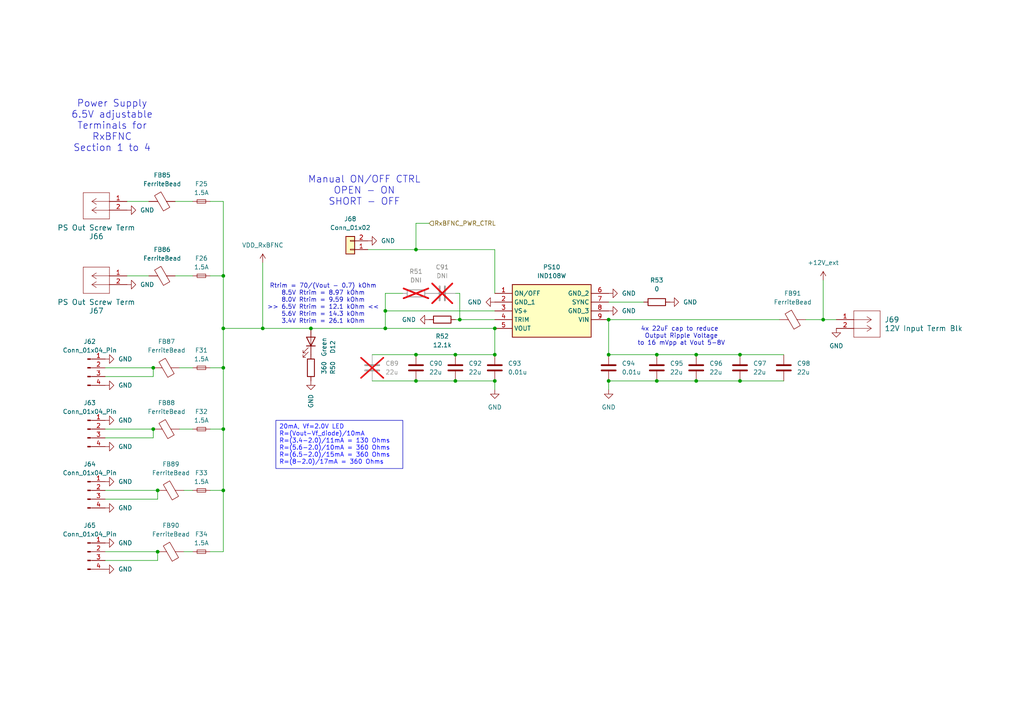
<source format=kicad_sch>
(kicad_sch (version 20231120) (generator "eeschema") (generator_version "8.0")
  (paper "A4")
  (title_block (title "PWR SPLY for RxBFNC") (date "2024-04-04") (rev "1.0"))
  (lib_symbols
    (symbol "BCRL_power_supply:IND108W"
      (property "Reference" "PS" (at 29.21 7.62 0))
      (property "Value" "IND108W" (at 29.21 5.08 0))
      (symbol "IND108W_1_1"
        (rectangle (start 5.08 2.54) (end 27.94 -12.7) (stroke (width 0.254)) (fill (type background)))
        (pin passive line (at 0 0 0) (length 5.08) (name "ON/OFF") (number "1"))
        (pin passive line (at 0 -2.54 0) (length 5.08) (name "GND_1") (number "2"))
        (pin passive line (at 0 -5.08 0) (length 5.08) (name "VS+") (number "3"))
        (pin passive line (at 0 -7.62 0) (length 5.08) (name "TRIM") (number "4"))
        (pin passive line (at 0 -10.16 0) (length 5.08) (name "VOUT") (number "5"))
        (pin passive line (at 33.02 0 180) (length 5.08) (name "GND_2") (number "6"))
        (pin passive line (at 33.02 -2.54 180) (length 5.08) (name "SYNC") (number "7"))
        (pin passive line (at 33.02 -5.08 180) (length 5.08) (name "GND_3") (number "8"))
        (pin passive line (at 33.02 -7.62 180) (length 5.08) (name "VIN") (number "9"))
      )
    )
    (symbol "BCRL_power_supply:OSTVN02A150" (pin_names (offset 0.254) hide)
      (property "Reference" "J" (at 8.89 6.35 0))
      (property "Value" "OSTVN02A150" (at 5.08 -6.35 0))
      (symbol "OSTVN02A150_1_1"
        (polyline (pts (xy 5.08 -5.08) (xy 12.7 -5.08)) (stroke (width 0.127)))
        (polyline (pts (xy 5.08 2.54) (xy 5.08 -5.08)) (stroke (width 0.127)))
        (polyline (pts (xy 10.16 -2.54) (xy 5.08 -2.54)) (stroke (width 0.127)))
        (polyline (pts (xy 10.16 -2.54) (xy 8.89 -3.3867)) (stroke (width 0.127)))
        (polyline (pts (xy 10.16 -2.54) (xy 8.89 -1.6933)) (stroke (width 0.127)))
        (polyline (pts (xy 10.16 0) (xy 5.08 0)) (stroke (width 0.127)))
        (polyline (pts (xy 10.16 0) (xy 8.89 -0.8467)) (stroke (width 0.127)))
        (polyline (pts (xy 10.16 0) (xy 8.89 0.8467)) (stroke (width 0.127)))
        (polyline (pts (xy 12.7 -5.08) (xy 12.7 2.54)) (stroke (width 0.127)))
        (polyline (pts (xy 12.7 2.54) (xy 5.08 2.54)) (stroke (width 0.127)))
        (pin unspecified line (at 0 0 0) (length 5.08) (name "1") (number "1"))
        (pin unspecified line (at 0 -2.54 0) (length 5.08) (name "2") (number "2"))
      )
      (symbol "OSTVN02A150_1_2"
        (polyline (pts (xy 5.08 -5.08) (xy 12.7 -5.08)) (stroke (width 0.127)))
        (polyline (pts (xy 5.08 2.54) (xy 5.08 -5.08)) (stroke (width 0.127)))
        (polyline (pts (xy 7.62 -2.54) (xy 5.08 -2.54)) (stroke (width 0.127)))
        (polyline (pts (xy 7.62 -2.54) (xy 8.89 -3.3867)) (stroke (width 0.127)))
        (polyline (pts (xy 7.62 -2.54) (xy 8.89 -1.6933)) (stroke (width 0.127)))
        (polyline (pts (xy 7.62 0) (xy 5.08 0)) (stroke (width 0.127)))
        (polyline (pts (xy 7.62 0) (xy 8.89 -0.8467)) (stroke (width 0.127)))
        (polyline (pts (xy 7.62 0) (xy 8.89 0.8467)) (stroke (width 0.127)))
        (polyline (pts (xy 12.7 -5.08) (xy 12.7 2.54)) (stroke (width 0.127)))
        (polyline (pts (xy 12.7 2.54) (xy 5.08 2.54)) (stroke (width 0.127)))
        (pin unspecified line (at 0 0 0) (length 5.08) (name "1") (number "1"))
        (pin unspecified line (at 0 -2.54 0) (length 5.08) (name "2") (number "2"))
      )
    )
    (symbol "C_1" (pin_numbers hide) (pin_names (offset 0.254) hide)
      (property "Reference" "C" (at 0.635 2.54 0))
      (property "Value" "C" (at 0.635 -2.54 0))
      (symbol "C_1_0_1"
        (polyline (pts (xy -2.032 -0.762) (xy 2.032 -0.762)) (stroke (width 0.508)))
        (polyline (pts (xy -2.032 0.762) (xy 2.032 0.762)) (stroke (width 0.508)))
      )
      (symbol "C_1_1_1"
        (pin passive line (at 0 3.81 270) (length 2.794) (name "~") (number "1"))
        (pin passive line (at 0 -3.81 90) (length 2.794) (name "~") (number "2"))
      )
    )
    (symbol "Connector:Conn_01x04_Pin" (pin_names (offset 1.016) hide)
      (property "Reference" "J" (at 0 5.08 0))
      (property "Value" "Conn_01x04_Pin" (at 0 -7.62 0))
      (symbol "Conn_01x04_Pin_1_1"
        (polyline (pts (xy 1.27 -5.08) (xy 0.8636 -5.08)) (stroke (width 0.1524)))
        (polyline (pts (xy 1.27 -2.54) (xy 0.8636 -2.54)) (stroke (width 0.1524)))
        (polyline (pts (xy 1.27 0) (xy 0.8636 0)) (stroke (width 0.1524)))
        (polyline (pts (xy 1.27 2.54) (xy 0.8636 2.54)) (stroke (width 0.1524)))
        (rectangle (start 0.8636 -4.953) (end 0 -5.207) (stroke (width 0.1524)) (fill (type outline)))
        (rectangle (start 0.8636 -2.413) (end 0 -2.667) (stroke (width 0.1524)) (fill (type outline)))
        (rectangle (start 0.8636 0.127) (end 0 -0.127) (stroke (width 0.1524)) (fill (type outline)))
        (rectangle (start 0.8636 2.667) (end 0 2.413) (stroke (width 0.1524)) (fill (type outline)))
        (pin passive line (at 5.08 2.54 180) (length 3.81) (name "Pin_1") (number "1"))
        (pin passive line (at 5.08 0 180) (length 3.81) (name "Pin_2") (number "2"))
        (pin passive line (at 5.08 -2.54 180) (length 3.81) (name "Pin_3") (number "3"))
        (pin passive line (at 5.08 -5.08 180) (length 3.81) (name "Pin_4") (number "4"))
      )
    )
    (symbol "Connector_Generic:Conn_01x02" (pin_names (offset 1.016) hide)
      (property "Reference" "J" (at 0 2.54 0))
      (property "Value" "Conn_01x02" (at 0 -5.08 0))
      (symbol "Conn_01x02_1_1"
        (rectangle (start -1.27 -2.413) (end 0 -2.667) (stroke (width 0.1524)))
        (rectangle (start -1.27 0.127) (end 0 -0.127) (stroke (width 0.1524)))
        (rectangle (start -1.27 1.27) (end 1.27 -3.81) (stroke (width 0.254)) (fill (type background)))
        (pin passive line (at -5.08 0 0) (length 3.81) (name "Pin_1") (number "1"))
        (pin passive line (at -5.08 -2.54 0) (length 3.81) (name "Pin_2") (number "2"))
      )
    )
    (symbol "Device:C" (pin_numbers hide) (pin_names (offset 0.254))
      (property "Reference" "C" (at 0.635 2.54 0))
      (property "Value" "C" (at 0.635 -2.54 0))
      (symbol "C_0_1"
        (polyline (pts (xy -2.032 -0.762) (xy 2.032 -0.762)) (stroke (width 0.508)))
        (polyline (pts (xy -2.032 0.762) (xy 2.032 0.762)) (stroke (width 0.508)))
      )
      (symbol "C_1_1"
        (pin passive line (at 0 3.81 270) (length 2.794) (name "~") (number "1"))
        (pin passive line (at 0 -3.81 90) (length 2.794) (name "~") (number "2"))
      )
    )
    (symbol "Device:FerriteBead" (pin_numbers hide) (pin_names (offset 0))
      (property "Reference" "FB" (at -3.81 0.635 90))
      (property "Value" "FerriteBead" (at 3.81 0 90))
      (symbol "FerriteBead_0_1"
        (polyline (pts (xy 0 -1.27) (xy 0 -1.2192)))
        (polyline (pts (xy 0 1.27) (xy 0 1.2954)))
        (polyline (pts (xy -2.7686 0.4064) (xy -1.7018 2.2606) (xy 2.7686 -0.3048) (xy 1.6764 -2.159) (xy -2.7686 0.4064)))
      )
      (symbol "FerriteBead_1_1"
        (pin passive line (at 0 3.81 270) (length 2.54) (name "~") (number "1"))
        (pin passive line (at 0 -3.81 90) (length 2.54) (name "~") (number "2"))
      )
    )
    (symbol "Device:Fuse_Small" (pin_numbers hide) (pin_names (offset 0.254) hide)
      (property "Reference" "F" (at 0 -1.524 0))
      (property "Value" "Fuse_Small" (at 0 1.524 0))
      (symbol "Fuse_Small_0_1"
        (rectangle (start -1.27 0.508) (end 1.27 -0.508))
        (polyline (pts (xy -1.27 0) (xy 1.27 0)))
      )
      (symbol "Fuse_Small_1_1"
        (pin passive line (at -2.54 0 0) (length 1.27) (name "~") (number "1"))
        (pin passive line (at 2.54 0 180) (length 1.27) (name "~") (number "2"))
      )
    )
    (symbol "Device:LED" (pin_numbers hide) (pin_names (offset 1.016) hide)
      (property "Reference" "D" (at 0 2.54 0))
      (property "Value" "LED" (at 0 -2.54 0))
      (symbol "LED_0_1"
        (polyline (pts (xy -1.27 -1.27) (xy -1.27 1.27)) (stroke (width 0.254)))
        (polyline (pts (xy -1.27 0) (xy 1.27 0)))
        (polyline (pts (xy 1.27 -1.27) (xy 1.27 1.27) (xy -1.27 0) (xy 1.27 -1.27)) (stroke (width 0.254)))
        (polyline (pts (xy -3.048 -0.762) (xy -4.572 -2.286) (xy -3.81 -2.286) (xy -4.572 -2.286) (xy -4.572 -1.524)))
        (polyline (pts (xy -1.778 -0.762) (xy -3.302 -2.286) (xy -2.54 -2.286) (xy -3.302 -2.286) (xy -3.302 -1.524)))
      )
      (symbol "LED_1_1"
        (pin passive line (at -3.81 0 0) (length 2.54) (name "K") (number "1"))
        (pin passive line (at 3.81 0 180) (length 2.54) (name "A") (number "2"))
      )
    )
    (symbol "Device:R" (pin_numbers hide) (pin_names (offset 0))
      (property "Reference" "R" (at 2.032 0 90))
      (property "Value" "R" (at 0 0 90))
      (symbol "R_0_1"
        (rectangle (start -1.016 -2.54) (end 1.016 2.54) (stroke (width 0.254)))
      )
      (symbol "R_1_1"
        (pin passive line (at 0 3.81 270) (length 1.27) (name "~") (number "1"))
        (pin passive line (at 0 -3.81 90) (length 1.27) (name "~") (number "2"))
      )
    )
    (symbol "GND_1" (power) (pin_numbers hide) (pin_names (offset 0) hide)
      (property "Value" "GND" (at 0 -3.81 0))
      (symbol "GND_1_0_1"
        (polyline (pts (xy 0 0) (xy 0 -1.27) (xy 1.27 -1.27) (xy 0 -2.54) (xy -1.27 -1.27) (xy 0 -1.27)))
      )
      (symbol "GND_1_1_1"
        (pin power_in line (at 0 0 270) (length 0) hide (name "GND") (number "1"))
      )
    )
    (symbol "GND_2" (power) (pin_numbers hide) (pin_names (offset 0) hide)
      (property "Value" "GND" (at 0 -3.81 0))
      (symbol "GND_2_0_1"
        (polyline (pts (xy 0 0) (xy 0 -1.27) (xy 1.27 -1.27) (xy 0 -2.54) (xy -1.27 -1.27) (xy 0 -1.27)))
      )
      (symbol "GND_2_1_1"
        (pin power_in line (at 0 0 270) (length 0) hide (name "GND") (number "1"))
      )
    )
    (symbol "GND_3" (power) (pin_numbers hide) (pin_names (offset 0) hide)
      (property "Value" "GND" (at 0 -3.81 0))
      (symbol "GND_3_0_1"
        (polyline (pts (xy 0 0) (xy 0 -1.27) (xy 1.27 -1.27) (xy 0 -2.54) (xy -1.27 -1.27) (xy 0 -1.27)))
      )
      (symbol "GND_3_1_1"
        (pin power_in line (at 0 0 270) (length 0) hide (name "GND") (number "1"))
      )
    )
    (symbol "GND_4" (power) (pin_numbers hide) (pin_names (offset 0) hide)
      (property "Value" "GND" (at 0 -3.81 0))
      (symbol "GND_4_0_1"
        (polyline (pts (xy 0 0) (xy 0 -1.27) (xy 1.27 -1.27) (xy 0 -2.54) (xy -1.27 -1.27) (xy 0 -1.27)))
      )
      (symbol "GND_4_1_1"
        (pin power_in line (at 0 0 270) (length 0) hide (name "GND") (number "1"))
      )
    )
    (symbol "GND_5" (power) (pin_numbers hide) (pin_names (offset 0) hide)
      (property "Value" "GND" (at 0 -3.81 0))
      (symbol "GND_5_0_1"
        (polyline (pts (xy 0 0) (xy 0 -1.27) (xy 1.27 -1.27) (xy 0 -2.54) (xy -1.27 -1.27) (xy 0 -1.27)))
      )
      (symbol "GND_5_1_1"
        (pin power_in line (at 0 0 270) (length 0) hide (name "GND") (number "1"))
      )
    )
    (symbol "power:+12V" (power) (pin_numbers hide) (pin_names (offset 0) hide)
      (property "Value" "+12V" (at 0 3.556 0))
      (symbol "+12V_0_1"
        (polyline (pts (xy -0.762 1.27) (xy 0 2.54)))
        (polyline (pts (xy 0 0) (xy 0 2.54)))
        (polyline (pts (xy 0 2.54) (xy 0.762 1.27)))
      )
      (symbol "+12V_1_1"
        (pin power_in line (at 0 0 90) (length 0) (name "~") (number "1"))
      )
    )
    (symbol "power:GND" (power) (pin_numbers hide) (pin_names (offset 0) hide)
      (property "Value" "GND" (at 0 -3.81 0))
      (symbol "GND_0_1"
        (polyline (pts (xy 0 0) (xy 0 -1.27) (xy 1.27 -1.27) (xy 0 -2.54) (xy -1.27 -1.27) (xy 0 -1.27)))
      )
      (symbol "GND_1_1"
        (pin power_in line (at 0 0 270) (length 0) hide (name "GND") (number "1"))
      )
    )
    (symbol "power:VDD" (power) (pin_numbers hide) (pin_names (offset 0) hide)
      (property "Value" "VDD" (at 0 3.556 0))
      (symbol "VDD_0_1"
        (polyline (pts (xy -0.762 1.27) (xy 0 2.54)))
        (polyline (pts (xy 0 0) (xy 0 2.54)))
        (polyline (pts (xy 0 2.54) (xy 0.762 1.27)))
      )
      (symbol "VDD_1_1"
        (pin power_in line (at 0 0 90) (length 0) (name "~") (number "1"))
      )
    )
  )
  (junction (at 120.65 110.49))
  (junction (at 64.77 124.46))
  (junction (at 143.51 110.49))
  (junction (at 45.72 142.24))
  (junction (at 76.2 95.25))
  (junction (at 64.77 142.24))
  (junction (at 64.77 95.25))
  (junction (at 143.51 102.87))
  (junction (at 111.76 90.17))
  (junction (at 190.5 102.87))
  (junction (at 214.63 110.49))
  (junction (at 45.72 160.02))
  (junction (at 120.65 72.39))
  (junction (at 133.35 92.71))
  (junction (at 176.53 102.87))
  (junction (at 120.65 102.87))
  (junction (at 176.53 110.49))
  (junction (at 201.93 102.87))
  (junction (at 214.63 102.87))
  (junction (at 64.77 80.01))
  (junction (at 132.08 110.49))
  (junction (at 44.45 124.46))
  (junction (at 143.51 95.25))
  (junction (at 44.45 106.68))
  (junction (at 132.08 102.87))
  (junction (at 64.77 106.68))
  (junction (at 201.93 110.49))
  (junction (at 176.53 92.71))
  (junction (at 238.76 92.71))
  (junction (at 90.17 95.25))
  (junction (at 111.76 95.25))
  (junction (at 190.5 110.49))
  (wire (pts (xy 30.48 106.68) (xy 44.45 106.68)))
  (wire (pts (xy 124.46 64.77) (xy 120.65 64.77)))
  (wire (pts (xy 30.48 127) (xy 44.45 127)))
  (wire (pts (xy 143.51 95.25) (xy 143.51 102.87)))
  (wire (pts (xy 44.45 109.22) (xy 44.45 106.68)))
  (wire (pts (xy 52.07 106.68) (xy 55.88 106.68)))
  (wire (pts (xy 133.35 92.71) (xy 143.51 92.71)))
  (wire (pts (xy 111.76 85.09) (xy 111.76 90.17)))
  (wire (pts (xy 30.48 142.24) (xy 45.72 142.24)))
  (wire (pts (xy 60.96 106.68) (xy 64.77 106.68)))
  (wire (pts (xy 64.77 160.02) (xy 60.96 160.02)))
  (wire (pts (xy 214.63 102.87) (xy 227.33 102.87)))
  (wire (pts (xy 143.51 72.39) (xy 143.51 85.09)))
  (wire (pts (xy 176.53 102.87) (xy 190.5 102.87)))
  (wire (pts (xy 44.45 127) (xy 44.45 124.46)))
  (wire (pts (xy 30.48 162.56) (xy 45.72 162.56)))
  (wire (pts (xy 238.76 92.71) (xy 242.57 92.71)))
  (wire (pts (xy 120.65 72.39) (xy 143.51 72.39)))
  (wire (pts (xy 132.08 85.09) (xy 133.35 85.09)))
  (wire (pts (xy 36.83 58.42) (xy 43.18 58.42)))
  (wire (pts (xy 238.76 81.28) (xy 238.76 92.71)))
  (wire (pts (xy 30.48 144.78) (xy 45.72 144.78)))
  (wire (pts (xy 53.34 142.24) (xy 55.88 142.24)))
  (wire (pts (xy 120.65 102.87) (xy 132.08 102.87)))
  (wire (pts (xy 120.65 110.49) (xy 132.08 110.49)))
  (wire (pts (xy 90.17 95.25) (xy 111.76 95.25)))
  (wire (pts (xy 64.77 106.68) (xy 64.77 95.25)))
  (wire (pts (xy 50.8 80.01) (xy 55.88 80.01)))
  (wire (pts (xy 64.77 58.42) (xy 60.96 58.42)))
  (wire (pts (xy 64.77 124.46) (xy 64.77 142.24)))
  (wire (pts (xy 143.51 110.49) (xy 143.51 113.03)))
  (wire (pts (xy 120.65 64.77) (xy 120.65 72.39)))
  (wire (pts (xy 176.53 92.71) (xy 226.06 92.71)))
  (wire (pts (xy 201.93 102.87) (xy 214.63 102.87)))
  (wire (pts (xy 30.48 160.02) (xy 45.72 160.02)))
  (wire (pts (xy 64.77 95.25) (xy 64.77 80.01)))
  (wire (pts (xy 45.72 144.78) (xy 45.72 142.24)))
  (wire (pts (xy 30.48 124.46) (xy 44.45 124.46)))
  (wire (pts (xy 60.96 142.24) (xy 64.77 142.24)))
  (wire (pts (xy 176.53 110.49) (xy 190.5 110.49)))
  (wire (pts (xy 64.77 95.25) (xy 76.2 95.25)))
  (wire (pts (xy 45.72 162.56) (xy 45.72 160.02)))
  (wire (pts (xy 201.93 110.49) (xy 214.63 110.49)))
  (wire (pts (xy 132.08 110.49) (xy 143.51 110.49)))
  (wire (pts (xy 132.08 102.87) (xy 143.51 102.87)))
  (wire (pts (xy 36.83 80.01) (xy 43.18 80.01)))
  (wire (pts (xy 143.51 90.17) (xy 111.76 90.17)))
  (wire (pts (xy 76.2 76.2) (xy 76.2 95.25)))
  (wire (pts (xy 214.63 110.49) (xy 227.33 110.49)))
  (wire (pts (xy 176.53 87.63) (xy 186.69 87.63)))
  (wire (pts (xy 176.53 92.71) (xy 176.53 102.87)))
  (wire (pts (xy 30.48 109.22) (xy 44.45 109.22)))
  (wire (pts (xy 76.2 95.25) (xy 90.17 95.25)))
  (wire (pts (xy 64.77 142.24) (xy 64.77 160.02)))
  (wire (pts (xy 60.96 80.01) (xy 64.77 80.01)))
  (wire (pts (xy 233.68 92.71) (xy 238.76 92.71)))
  (wire (pts (xy 116.84 85.09) (xy 111.76 85.09)))
  (wire (pts (xy 190.5 102.87) (xy 201.93 102.87)))
  (wire (pts (xy 111.76 90.17) (xy 111.76 95.25)))
  (wire (pts (xy 107.95 110.49) (xy 120.65 110.49)))
  (wire (pts (xy 106.68 72.39) (xy 120.65 72.39)))
  (wire (pts (xy 111.76 95.25) (xy 143.51 95.25)))
  (wire (pts (xy 53.34 160.02) (xy 55.88 160.02)))
  (wire (pts (xy 64.77 80.01) (xy 64.77 58.42)))
  (wire (pts (xy 50.8 58.42) (xy 55.88 58.42)))
  (wire (pts (xy 60.96 124.46) (xy 64.77 124.46)))
  (wire (pts (xy 132.08 92.71) (xy 133.35 92.71)))
  (wire (pts (xy 107.95 102.87) (xy 120.65 102.87)))
  (wire (pts (xy 133.35 85.09) (xy 133.35 92.71)))
  (wire (pts (xy 176.53 110.49) (xy 176.53 113.03)))
  (wire (pts (xy 190.5 110.49) (xy 201.93 110.49)))
  (wire (pts (xy 64.77 106.68) (xy 64.77 124.46)))
  (wire (pts (xy 52.07 124.46) (xy 55.88 124.46)))
  (text_box "20mA, Vf=2.0V LED \nR=(Vout-Vf_diode)/10mA \nR=(3.4-2.0)/11mA = 130 Ohms  \nR=(5.6-2.0)/10mA = 360 Ohms  \nR=(6.5-2.0)/15mA = 360 Ohms  \nR=(8-2.0)/17mA = 360 Ohms  \n" (at 80.01 121.92 0) (size 36.83 13.97) (effects (font (size 1.27 1.27)) (justify left top)))
  (text "4x 22uF cap to reduce \nOutput Ripple Voltage\nto 16 mVpp at Vout 5-8V" (at 197.612 97.536 0) (effects (font (size 1.27 1.27))))
  (text "Manual ON/OFF CTRL\nOPEN - ON\nSHORT - OFF" (at 105.664 55.372 0) (effects (font (size 2 2))))
  (text "Rtrim = 70/(Vout - 0.7) kOhm\n8.5V Rtrim = 8.97 kOhm\n8.0V Rtrim = 9.59 kOhm\n>> 6.5V Rtrim = 12.1 kOhm <<\n5.6V Rtrim = 14.3 kOhm\n3.4V Rtrim = 26.1 kOhm\n\n\n" (at 93.726 90.17 0) (effects (font (size 1.27 1.27))))
  (text "Power Supply\n6.5V adjustable\nTerminals for\nRxBFNC\nSection 1 to 4" (at 32.512 36.576 0) (effects (font (size 2 2))))
  (hierarchical_label "RxBFNC_PWR_CTRL" (shape input) (at 124.46 64.77 0))
  (symbol (lib_id "Device:C") (at 176.53 106.68 0) (unit 1)
    (property "Reference" "C94" (at 180.34 105.4099 0) (effects (justify left)))
    (property "Value" "0.01u" (at 180.34 107.9499 0) (effects (justify left)))
    (property "Footprint" "BCRL_power_supply:CAPC1608X90N" (effects (hide yes)))
    (property "Datasheet" "https://www.mouser.ca/datasheet/2/281/1/GRM1885C1E103JA01_01A-1984693.pdf" (effects (hide yes)))
    (property "Description" "0.01 uF 25V" (effects (hide yes)))
    (property "PN" "GRM1885C1E103JA01D" (effects (hide yes)))
    (property "Mfr" "Murata" (effects (hide yes)))
  )
  (symbol (lib_id "Device:C") (at 227.33 106.68 0) (unit 1)
    (property "Reference" "C98" (at 231.14 105.4099 0) (effects (justify left)))
    (property "Value" "22u" (at 231.14 107.9499 0) (effects (justify left)))
    (property "Footprint" "BCRL_power_supply:CAPC2012X145N" (effects (hide yes)))
    (property "Datasheet" "https://www.mouser.ca/datasheet/2/281/1/GRM21BR61E226ME44_01A-1986898.pdf" (effects (hide yes)))
    (property "Description" "22 uF 25V " (effects (hide yes)))
    (property "PN" "GRM21BR61E226ME44L" (effects (hide yes)))
    (property "Mfr" "Murata" (effects (hide yes)))
  )
  (symbol (lib_id "Device:C") (at 132.08 106.68 0) (unit 1)
    (property "Reference" "C92" (at 135.89 105.4099 0) (effects (justify left)))
    (property "Value" "22u" (at 135.89 107.9499 0) (effects (justify left)))
    (property "Footprint" "BCRL_power_supply:CAPC2012X145N" (effects (hide yes)))
    (property "Datasheet" "https://www.mouser.ca/datasheet/2/281/1/GRM21BR61E226ME44_01A-1986898.pdf" (effects (hide yes)))
    (property "Description" "22 uF 25V " (effects (hide yes)))
    (property "PN" "GRM21BR61E226ME44L" (effects (hide yes)))
    (property "Mfr" "Murata" (effects (hide yes)))
  )
  (symbol (lib_name "GND_5") (lib_id "power:GND") (at 143.51 113.03 0) (mirror y) (unit 1)
    (property "Reference" "#PWR0292" (effects (hide yes)))
    (property "Value" "GND" (at 143.51 118.11 0))
  )
  (symbol (lib_id "Device:C") (at 120.65 106.68 0) (unit 1)
    (property "Reference" "C90" (at 124.46 105.4099 0) (effects (justify left)))
    (property "Value" "22u" (at 124.46 107.9499 0) (effects (justify left)))
    (property "Footprint" "BCRL_power_supply:CAPC2012X145N" (effects (hide yes)))
    (property "Datasheet" "https://www.mouser.ca/datasheet/2/281/1/GRM21BR61E226ME44_01A-1986898.pdf" (effects (hide yes)))
    (property "Description" "22 uF 25V " (effects (hide yes)))
    (property "PN" "GRM21BR61E226ME44L" (effects (hide yes)))
    (property "Mfr" "Murata" (effects (hide yes)))
  )
  (symbol (lib_id "Device:R") (at 190.5 87.63 270) (mirror x) (unit 1)
    (property "Reference" "R53" (at 190.5 81.28 90))
    (property "Value" "0" (at 190.5 83.82 90))
    (property "Footprint" "BCRL_power_supply:RESC1608X55N" (effects (hide yes)))
    (property "Datasheet" "https://www.vishay.com/docs/20035/dcrcwe3.pdf" (effects (hide yes)))
    (property "Description" "1/10 W" (effects (hide yes)))
    (property "PN" "CRCW06030000Z0EAHP" (effects (hide yes)))
    (property "Mfr" "Vishay" (effects (hide yes)))
  )
  (symbol (lib_id "Device:FerriteBead") (at 48.26 106.68 270) (mirror x) (unit 1)
    (property "Reference" "FB87" (at 48.3108 99.06 90))
    (property "Value" "FerriteBead" (at 48.3108 101.6 90))
    (property "Footprint" "BCRL_power_supply:BEADC1005X55N" (effects (hide yes)))
    (property "Datasheet" "https://product.tdk.com/system/files/dam/doc/product/emc/emc/suppression-filter/catalog/suppression-filter_commercial_maf1005p_en.pdf" (effects (hide yes)))
    (property "Description" "Ferrite bead 9 mOhm 6A" (effects (hide yes)))
    (property "PN" "MAF1005PAD120CT000" (effects (hide yes)))
    (property "Mfr" "TDK" (effects (hide yes)))
  )
  (symbol (lib_id "Device:C") (at 201.93 106.68 0) (unit 1)
    (property "Reference" "C96" (at 205.74 105.4099 0) (effects (justify left)))
    (property "Value" "22u" (at 205.74 107.9499 0) (effects (justify left)))
    (property "Footprint" "BCRL_power_supply:CAPC2012X145N" (effects (hide yes)))
    (property "Datasheet" "https://www.mouser.ca/datasheet/2/281/1/GRM21BR61E226ME44_01A-1986898.pdf" (effects (hide yes)))
    (property "Description" "22 uF 25V " (effects (hide yes)))
    (property "PN" "GRM21BR61E226ME44L" (effects (hide yes)))
    (property "Mfr" "Murata" (effects (hide yes)))
  )
  (symbol (lib_id "BCRL_power_supply:OSTVN02A150") (at 36.83 80.01 0) (mirror y) (unit 1)
    (property "Reference" "J67" (at 27.94 90.17 0) (effects (font (size 1.524 1.524))))
    (property "Value" "PS Out Screw Term" (at 27.94 87.63 0) (effects (font (size 1.524 1.524))))
    (property "Footprint" "BCRL_power_supply:CONN_OSTVN02A150_OST" (effects (hide yes)))
    (property "Datasheet" "https://mm.digikey.com/Volume0/opasdata/d220001/medias/docus/1123/OSTVNXXA150.pdf" (effects (hide yes)))
    (property "Description" "2 Screw Terminal" (effects (hide yes)))
    (property "PN" "OSTVN02A150" (effects (hide yes)))
    (property "Mfr" "On Shore Technology Inc." (effects (hide yes)))
  )
  (symbol (lib_name "GND_4") (lib_id "power:GND") (at 36.83 82.55 90) (mirror x) (unit 1)
    (property "Reference" "#PWR0286" (effects (hide yes)))
    (property "Value" "GND" (at 40.64 82.55 90) (effects (justify right)))
  )
  (symbol (lib_id "power:GND") (at 242.57 95.25 0) (mirror y) (unit 1)
    (property "Reference" "#PWR0297" (effects (hide yes)))
    (property "Value" "GND" (at 242.57 100.33 0))
  )
  (symbol (lib_id "Device:FerriteBead") (at 229.87 92.71 270) (mirror x) (unit 1)
    (property "Reference" "FB91" (at 229.9208 85.09 90))
    (property "Value" "FerriteBead" (at 229.9208 87.63 90))
    (property "Footprint" "BCRL_power_supply:BEADC1005X55N" (effects (hide yes)))
    (property "Datasheet" "https://product.tdk.com/system/files/dam/doc/product/emc/emc/suppression-filter/catalog/suppression-filter_commercial_maf1005p_en.pdf" (effects (hide yes)))
    (property "Description" "Ferrite bead 9 mOhm 6A" (effects (hide yes)))
    (property "PN" "MAF1005PAD120CT000" (effects (hide yes)))
    (property "Mfr" "TDK" (effects (hide yes)))
  )
  (symbol (lib_id "Connector:Conn_01x04_Pin") (at 25.4 160.02 0) (unit 1)
    (property "Reference" "J65" (at 26.035 152.4 0))
    (property "Value" "Conn_01x04_Pin" (at 26.035 154.94 0))
    (property "Footprint" "BCRL_power_supply:TSM-104-YY-ZZZ-SH" (effects (hide yes)))
    (property "Datasheet" "https://www.mouser.ca/datasheet/2/527/tsm-2854655.pdf" (effects (hide yes)))
    (property "Description" "1x4 pin Header SMT, Horizontal" (effects (hide yes)))
    (property "PN" "TSM-104-01-T-SH" (effects (hide yes)))
    (property "Mfr" "SAMTEC" (effects (hide yes)))
  )
  (symbol (lib_name "GND_4") (lib_id "power:GND") (at 30.48 147.32 90) (mirror x) (unit 1)
    (property "Reference" "#PWR0282" (effects (hide yes)))
    (property "Value" "GND" (at 34.29 147.32 90) (effects (justify right)))
  )
  (symbol (lib_name "GND_4") (lib_id "power:GND") (at 30.48 129.54 90) (mirror x) (unit 1)
    (property "Reference" "#PWR0280" (effects (hide yes)))
    (property "Value" "GND" (at 34.29 129.54 90) (effects (justify right)))
  )
  (symbol (lib_id "power:GND") (at 176.53 113.03 0) (mirror y) (unit 1)
    (property "Reference" "#PWR0295" (effects (hide yes)))
    (property "Value" "GND" (at 176.53 118.11 0))
  )
  (symbol (lib_id "Device:R") (at 120.65 85.09 90) (unit 1) (in_bom no) (dnp yes)
    (property "Reference" "R51" (at 120.65 78.74 90))
    (property "Value" "DNI" (at 120.65 81.28 90))
    (property "Footprint" "Resistor_SMD:R_0603_1608Metric" (effects (hide yes)))
    (property "Description" "Rtune" (effects (hide yes)))
  )
  (symbol (lib_id "Device:LED") (at 90.17 99.06 270) (mirror x) (unit 1)
    (property "Reference" "D12" (at 96.52 100.6475 0))
    (property "Value" "Green" (at 93.98 100.6475 0))
    (property "Footprint" "BCRL_power_supply:LEDC1608X80N" (effects (hide yes)))
    (property "Datasheet" "https://www.we-online.com/catalog/datasheet/150060VS75000.pdf" (effects (hide yes)))
    (property "Description" "LED green 20mA Vf=2V" (effects (hide yes)))
    (property "PN" "150060VS75000" (effects (hide yes)))
    (property "Mfr" "Wurth Elektronik" (effects (hide yes)))
  )
  (symbol (lib_name "GND_2") (lib_id "power:GND") (at 176.53 85.09 90) (mirror x) (unit 1)
    (property "Reference" "#PWR0293" (effects (hide yes)))
    (property "Value" "GND" (at 180.34 85.0899 90) (effects (justify right)))
  )
  (symbol (lib_id "power:VDD") (at 76.2 76.2 0) (unit 1)
    (property "Reference" "#PWR0287" (effects (hide yes)))
    (property "Value" "VDD_RxBFNC" (at 76.2 71.12 0))
    (property "Description" "Power symbol creates a global label with name \"VDD\"" (effects (hide yes)))
  )
  (symbol (lib_id "Device:Fuse_Small") (at 58.42 80.01 0) (unit 1)
    (property "Reference" "F26" (at 58.42 74.93 0))
    (property "Value" "1.5A" (at 58.42 77.47 0))
    (property "Footprint" "BCRL_power_supply:ERBRE0R50V" (effects (hide yes)))
    (property "Datasheet" "https://www.mouser.ca/datasheet/2/315/AFA0000C7-1025982.pdf" (effects (hide yes)))
    (property "Description" "SMD Fuse 0603" (effects (hide yes)))
    (property "PN" "ERB-RE1R50V" (effects (hide yes)))
    (property "Mfr" "Panasonic" (effects (hide yes)))
  )
  (symbol (lib_id "Device:FerriteBead") (at 46.99 58.42 270) (mirror x) (unit 1)
    (property "Reference" "FB85" (at 47.0408 50.8 90))
    (property "Value" "FerriteBead" (at 47.0408 53.34 90))
    (property "Footprint" "BCRL_power_supply:BEADC1005X55N" (effects (hide yes)))
    (property "Datasheet" "https://product.tdk.com/system/files/dam/doc/product/emc/emc/suppression-filter/catalog/suppression-filter_commercial_maf1005p_en.pdf" (effects (hide yes)))
    (property "Description" "Ferrite bead 9 mOhm 6A" (effects (hide yes)))
    (property "PN" "MAF1005PAD120CT000" (effects (hide yes)))
    (property "Mfr" "TDK" (effects (hide yes)))
  )
  (symbol (lib_name "GND_4") (lib_id "power:GND") (at 30.48 104.14 90) (mirror x) (unit 1)
    (property "Reference" "#PWR0277" (effects (hide yes)))
    (property "Value" "GND" (at 34.29 104.14 90) (effects (justify right)))
  )
  (symbol (lib_name "GND_4") (lib_id "power:GND") (at 30.48 111.76 90) (mirror x) (unit 1)
    (property "Reference" "#PWR0278" (effects (hide yes)))
    (property "Value" "GND" (at 34.29 111.76 90) (effects (justify right)))
  )
  (symbol (lib_id "Connector_Generic:Conn_01x02") (at 101.6 72.39 180) (unit 1)
    (property "Reference" "J68" (at 101.6 63.5 0))
    (property "Value" "Conn_01x02" (at 101.6 66.04 0))
    (property "Footprint" "BCRL_power_supply:M20-8770242" (effects (hide yes)))
    (property "Datasheet" "https://www.mouser.ca/datasheet/2/181/M20-877-1133516.pdf" (effects (hide yes)))
    (property "Description" "1x2 pin Header SMT, Vertical " (effects (hide yes)))
    (property "PN" "M20-8770242" (effects (hide yes)))
    (property "Mfr" "Harwin" (effects (hide yes)))
  )
  (symbol (lib_id "Connector:Conn_01x04_Pin") (at 25.4 142.24 0) (unit 1)
    (property "Reference" "J64" (at 26.035 134.62 0))
    (property "Value" "Conn_01x04_Pin" (at 26.035 137.16 0))
    (property "Footprint" "BCRL_power_supply:TSM-104-YY-ZZZ-SH" (effects (hide yes)))
    (property "Datasheet" "https://www.mouser.ca/datasheet/2/527/tsm-2854655.pdf" (effects (hide yes)))
    (property "Description" "1x4 pin Header SMT, Horizontal" (effects (hide yes)))
    (property "PN" "TSM-104-01-T-SH" (effects (hide yes)))
    (property "Mfr" "SAMTEC" (effects (hide yes)))
  )
  (symbol (lib_name "GND_4") (lib_id "power:GND") (at 30.48 121.92 90) (mirror x) (unit 1)
    (property "Reference" "#PWR0279" (effects (hide yes)))
    (property "Value" "GND" (at 34.29 121.92 90) (effects (justify right)))
  )
  (symbol (lib_id "BCRL_power_supply:IND108W") (at 143.51 85.09 0) (unit 1)
    (property "Reference" "PS10" (at 160.02 77.47 0))
    (property "Value" "IND108W" (at 160.02 80.01 0))
    (property "Footprint" "BCRL_power_supply:IND108W" (effects (hide yes)))
    (property "Datasheet" "https://www.omnionpower.com/assets/pdfs/windchill/data-sheet/ind108w_ds.pdf?nocache=1710831926" (effects (hide yes)))
    (property "Description" "DC/DC 12Vin 3-9V 108W 12A" (effects (hide yes)))
    (property "Height" "10" (effects (hide yes)))
    (property "Manufacturer_Name" "OmniOn Power" (effects (hide yes)))
    (property "Manufacturer_Part_Number" "IND108W" (effects (hide yes)))
    (property "Mfr" "GE" (effects (hide yes)))
    (property "PN" "IND108W" (effects (hide yes)))
  )
  (symbol (lib_id "Device:Fuse_Small") (at 58.42 160.02 0) (unit 1)
    (property "Reference" "F34" (at 58.42 154.94 0))
    (property "Value" "1.5A" (at 58.42 157.48 0))
    (property "Footprint" "BCRL_power_supply:ERBRE0R50V" (effects (hide yes)))
    (property "Datasheet" "https://www.mouser.ca/datasheet/2/315/AFA0000C7-1025982.pdf" (effects (hide yes)))
    (property "Description" "SMD Fuse 0603" (effects (hide yes)))
    (property "PN" "ERB-RE1R50V" (effects (hide yes)))
    (property "Mfr" "Panasonic" (effects (hide yes)))
  )
  (symbol (lib_name "GND_2") (lib_id "power:GND") (at 194.31 87.63 90) (mirror x) (unit 1)
    (property "Reference" "#PWR0296" (effects (hide yes)))
    (property "Value" "GND" (at 198.12 87.6299 90) (effects (justify right)))
  )
  (symbol (lib_id "BCRL_power_supply:OSTVN02A150") (at 36.83 58.42 0) (mirror y) (unit 1)
    (property "Reference" "J66" (at 27.94 68.58 0) (effects (font (size 1.524 1.524))))
    (property "Value" "PS Out Screw Term" (at 27.94 66.04 0) (effects (font (size 1.524 1.524))))
    (property "Footprint" "BCRL_power_supply:CONN_OSTVN02A150_OST" (effects (hide yes)))
    (property "Datasheet" "https://mm.digikey.com/Volume0/opasdata/d220001/medias/docus/1123/OSTVNXXA150.pdf" (effects (hide yes)))
    (property "Description" "2 Screw Terminal" (effects (hide yes)))
    (property "PN" "OSTVN02A150" (effects (hide yes)))
    (property "Mfr" "On Shore Technology Inc." (effects (hide yes)))
  )
  (symbol (lib_name "GND_1") (lib_id "power:GND") (at 124.46 92.71 270) (mirror x) (unit 1)
    (property "Reference" "#PWR0290" (effects (hide yes)))
    (property "Value" "GND" (at 120.65 92.7099 90) (effects (justify right)))
  )
  (symbol (lib_id "Device:Fuse_Small") (at 58.42 106.68 0) (unit 1)
    (property "Reference" "F31" (at 58.42 101.6 0))
    (property "Value" "1.5A" (at 58.42 104.14 0))
    (property "Footprint" "BCRL_power_supply:ERBRE0R50V" (effects (hide yes)))
    (property "Datasheet" "https://www.mouser.ca/datasheet/2/315/AFA0000C7-1025982.pdf" (effects (hide yes)))
    (property "Description" "SMD Fuse 0603" (effects (hide yes)))
    (property "PN" "ERB-RE1R50V" (effects (hide yes)))
    (property "Mfr" "Panasonic" (effects (hide yes)))
  )
  (symbol (lib_id "Device:FerriteBead") (at 46.99 80.01 270) (mirror x) (unit 1)
    (property "Reference" "FB86" (at 47.0408 72.39 90))
    (property "Value" "FerriteBead" (at 47.0408 74.93 90))
    (property "Footprint" "BCRL_power_supply:BEADC1005X55N" (effects (hide yes)))
    (property "Datasheet" "https://product.tdk.com/system/files/dam/doc/product/emc/emc/suppression-filter/catalog/suppression-filter_commercial_maf1005p_en.pdf" (effects (hide yes)))
    (property "Description" "Ferrite bead 9 mOhm 6A" (effects (hide yes)))
    (property "PN" "MAF1005PAD120CT000" (effects (hide yes)))
    (property "Mfr" "TDK" (effects (hide yes)))
  )
  (symbol (lib_id "power:+12V") (at 238.76 81.28 0) (unit 1)
    (property "Reference" "#PWR0333" (effects (hide yes)))
    (property "Value" "+12V_ext" (at 238.76 76.2 0))
    (property "Description" "Power symbol creates a global label with name \"+12V\"" (effects (hide yes)))
  )
  (symbol (lib_name "GND_4") (lib_id "power:GND") (at 30.48 157.48 90) (mirror x) (unit 1)
    (property "Reference" "#PWR0283" (effects (hide yes)))
    (property "Value" "GND" (at 34.29 157.48 90) (effects (justify right)))
  )
  (symbol (lib_id "power:GND") (at 106.68 69.85 90) (unit 1)
    (property "Reference" "#PWR0289" (effects (hide yes)))
    (property "Value" "GND" (at 110.49 69.8499 90) (effects (justify right)))
  )
  (symbol (lib_name "GND_4") (lib_id "power:GND") (at 30.48 139.7 90) (mirror x) (unit 1)
    (property "Reference" "#PWR0281" (effects (hide yes)))
    (property "Value" "GND" (at 34.29 139.7 90) (effects (justify right)))
  )
  (symbol (lib_id "Device:FerriteBead") (at 48.26 124.46 270) (mirror x) (unit 1)
    (property "Reference" "FB88" (at 48.3108 116.84 90))
    (property "Value" "FerriteBead" (at 48.3108 119.38 90))
    (property "Footprint" "BCRL_power_supply:BEADC1005X55N" (effects (hide yes)))
    (property "Datasheet" "https://product.tdk.com/system/files/dam/doc/product/emc/emc/suppression-filter/catalog/suppression-filter_commercial_maf1005p_en.pdf" (effects (hide yes)))
    (property "Description" "Ferrite bead 9 mOhm 6A" (effects (hide yes)))
    (property "PN" "MAF1005PAD120CT000" (effects (hide yes)))
    (property "Mfr" "TDK" (effects (hide yes)))
  )
  (symbol (lib_id "Connector:Conn_01x04_Pin") (at 25.4 124.46 0) (unit 1)
    (property "Reference" "J63" (at 26.035 116.84 0))
    (property "Value" "Conn_01x04_Pin" (at 26.035 119.38 0))
    (property "Footprint" "BCRL_power_supply:TSM-104-YY-ZZZ-SH" (effects (hide yes)))
    (property "Datasheet" "https://www.mouser.ca/datasheet/2/527/tsm-2854655.pdf" (effects (hide yes)))
    (property "Description" "1x4 pin Header SMT, Horizontal" (effects (hide yes)))
    (property "PN" "TSM-104-01-T-SH" (effects (hide yes)))
    (property "Mfr" "SAMTEC" (effects (hide yes)))
  )
  (symbol (lib_id "BCRL_power_supply:OSTVN02A150") (at 242.57 92.71 0) (unit 1)
    (property "Reference" "J69" (at 256.54 92.71 0) (effects (font (size 1.524 1.524)) (justify left)))
    (property "Value" "12V Input Term Blk" (at 256.54 95.25 0) (effects (font (size 1.524 1.524)) (justify left)))
    (property "Footprint" "BCRL_power_supply:CONN_OSTVN02A150_OST" (effects (hide yes)))
    (property "Datasheet" "https://mm.digikey.com/Volume0/opasdata/d220001/medias/docus/1123/OSTVNXXA150.pdf" (effects (hide yes)))
    (property "Description" "2 Screw Terminal" (effects (hide yes)))
    (property "PN" "OSTVN02A150" (effects (hide yes)))
    (property "Mfr" "On Shore Technology Inc." (effects (hide yes)))
  )
  (symbol (lib_id "Connector:Conn_01x04_Pin") (at 25.4 106.68 0) (unit 1)
    (property "Reference" "J62" (at 26.035 99.06 0))
    (property "Value" "Conn_01x04_Pin" (at 26.035 101.6 0))
    (property "Footprint" "BCRL_power_supply:TSM-104-YY-ZZZ-SH" (effects (hide yes)))
    (property "Datasheet" "https://www.mouser.ca/datasheet/2/527/tsm-2854655.pdf" (effects (hide yes)))
    (property "Description" "1x4 pin Header SMT, Horizontal" (effects (hide yes)))
    (property "PN" "TSM-104-01-T-SH" (effects (hide yes)))
    (property "Mfr" "SAMTEC" (effects (hide yes)))
  )
  (symbol (lib_id "Device:FerriteBead") (at 49.53 160.02 270) (mirror x) (unit 1)
    (property "Reference" "FB90" (at 49.5808 152.4 90))
    (property "Value" "FerriteBead" (at 49.5808 154.94 90))
    (property "Footprint" "BCRL_power_supply:BEADC1005X55N" (effects (hide yes)))
    (property "Datasheet" "https://product.tdk.com/system/files/dam/doc/product/emc/emc/suppression-filter/catalog/suppression-filter_commercial_maf1005p_en.pdf" (effects (hide yes)))
    (property "Description" "Ferrite bead 9 mOhm 6A" (effects (hide yes)))
    (property "PN" "MAF1005PAD120CT000" (effects (hide yes)))
    (property "Mfr" "TDK" (effects (hide yes)))
  )
  (symbol (lib_id "Device:C") (at 143.51 106.68 0) (unit 1)
    (property "Reference" "C93" (at 147.32 105.4099 0) (effects (justify left)))
    (property "Value" "0.01u" (at 147.32 107.9499 0) (effects (justify left)))
    (property "Footprint" "BCRL_power_supply:CAPC1608X90N" (effects (hide yes)))
    (property "Datasheet" "https://www.mouser.ca/datasheet/2/281/1/GRM1885C1E103JA01_01A-1984693.pdf" (effects (hide yes)))
    (property "Description" "0.01 uF 25V" (effects (hide yes)))
    (property "PN" "GRM1885C1E103JA01D" (effects (hide yes)))
    (property "Mfr" "Murata" (effects (hide yes)))
  )
  (symbol (lib_name "GND_4") (lib_id "power:GND") (at 143.51 87.63 270) (mirror x) (unit 1)
    (property "Reference" "#PWR0291" (effects (hide yes)))
    (property "Value" "GND" (at 139.7 87.6299 90) (effects (justify right)))
  )
  (symbol (lib_id "Device:R") (at 128.27 92.71 90) (mirror x) (unit 1)
    (property "Reference" "R52" (at 128.27 97.536 90))
    (property "Value" "12.1k" (at 128.27 100.076 90))
    (property "Footprint" "BCRL_power_supply:RESC1608X50N" (effects (hide yes)))
    (property "Datasheet" "https://www.vishay.com/doc?20035" (effects (hide yes)))
    (property "Description" "1/10 W" (effects (hide yes)))
    (property "PN" "CRCW060312K1FKEA" (effects (hide yes)))
    (property "Mfr" "Vishay" (effects (hide yes)))
  )
  (symbol (lib_id "Device:C") (at 190.5 106.68 0) (unit 1)
    (property "Reference" "C95" (at 194.31 105.4099 0) (effects (justify left)))
    (property "Value" "22u" (at 194.31 107.9499 0) (effects (justify left)))
    (property "Footprint" "BCRL_power_supply:CAPC2012X145N" (effects (hide yes)))
    (property "Datasheet" "https://www.mouser.ca/datasheet/2/281/1/GRM21BR61E226ME44_01A-1986898.pdf" (effects (hide yes)))
    (property "Description" "22 uF 25V " (effects (hide yes)))
    (property "PN" "GRM21BR61E226ME44L" (effects (hide yes)))
    (property "Mfr" "Murata" (effects (hide yes)))
  )
  (symbol (lib_id "Device:Fuse_Small") (at 58.42 124.46 0) (unit 1)
    (property "Reference" "F32" (at 58.42 119.38 0))
    (property "Value" "1.5A" (at 58.42 121.92 0))
    (property "Footprint" "BCRL_power_supply:ERBRE0R50V" (effects (hide yes)))
    (property "Datasheet" "https://www.mouser.ca/datasheet/2/315/AFA0000C7-1025982.pdf" (effects (hide yes)))
    (property "Description" "SMD Fuse 0603" (effects (hide yes)))
    (property "PN" "ERB-RE1R50V" (effects (hide yes)))
    (property "Mfr" "Panasonic" (effects (hide yes)))
  )
  (symbol (lib_id "power:GND") (at 90.17 110.49 0) (mirror y) (unit 1)
    (property "Reference" "#PWR0288" (effects (hide yes)))
    (property "Value" "GND" (at 90.17 114.3 90) (effects (justify right)))
  )
  (symbol (lib_id "Device:Fuse_Small") (at 58.42 142.24 0) (unit 1)
    (property "Reference" "F33" (at 58.42 137.16 0))
    (property "Value" "1.5A" (at 58.42 139.7 0))
    (property "Footprint" "BCRL_power_supply:ERBRE0R50V" (effects (hide yes)))
    (property "Datasheet" "https://www.mouser.ca/datasheet/2/315/AFA0000C7-1025982.pdf" (effects (hide yes)))
    (property "Description" "SMD Fuse 0603" (effects (hide yes)))
    (property "PN" "ERB-RE1R50V" (effects (hide yes)))
    (property "Mfr" "Panasonic" (effects (hide yes)))
  )
  (symbol (lib_id "Device:R") (at 90.17 106.68 0) (mirror x) (unit 1)
    (property "Reference" "R50" (at 96.52 106.68 90))
    (property "Value" "360" (at 93.98 106.68 90))
    (property "Footprint" "BCRL_power_supply:RESC1608X50N" (effects (hide yes)))
    (property "Datasheet" "https://www.vishay.com/docs/20035/dcrcwe3.pdf" (effects (hide yes)))
    (property "Description" "1/10 W" (effects (hide yes)))
    (property "PN" "CRCW0603360RJNEA" (effects (hide yes)))
    (property "Mfr" "Vishay" (effects (hide yes)))
  )
  (symbol (lib_name "GND_3") (lib_id "power:GND") (at 176.53 90.17 90) (mirror x) (unit 1)
    (property "Reference" "#PWR0294" (effects (hide yes)))
    (property "Value" "GND" (at 180.34 90.1699 90) (effects (justify right)))
  )
  (symbol (lib_name "C_1") (lib_id "Device:C") (at 128.27 85.09 270) (mirror x) (unit 1) (in_bom no) (dnp yes)
    (property "Reference" "C91" (at 128.27 77.47 90))
    (property "Value" "DNI" (at 128.27 80.01 90))
    (property "Footprint" "Capacitor_SMD:C_0603_1608Metric" (effects (hide yes)))
    (property "Description" "Ctune" (effects (hide yes)))
  )
  (symbol (lib_id "Device:C") (at 214.63 106.68 0) (unit 1)
    (property "Reference" "C97" (at 218.44 105.4099 0) (effects (justify left)))
    (property "Value" "22u" (at 218.44 107.9499 0) (effects (justify left)))
    (property "Footprint" "BCRL_power_supply:CAPC2012X145N" (effects (hide yes)))
    (property "Datasheet" "https://www.mouser.ca/datasheet/2/281/1/GRM21BR61E226ME44_01A-1986898.pdf" (effects (hide yes)))
    (property "Description" "22 uF 25V " (effects (hide yes)))
    (property "PN" "GRM21BR61E226ME44L" (effects (hide yes)))
    (property "Mfr" "Murata" (effects (hide yes)))
  )
  (symbol (lib_id "Device:C") (at 107.95 106.68 0) (unit 1) (in_bom no) (dnp yes)
    (property "Reference" "C89" (at 111.76 105.4099 0) (effects (justify left)))
    (property "Value" "22u" (at 111.76 107.9499 0) (effects (justify left)))
    (property "Footprint" "BCRL_power_supply:CAPC2012X145N" (effects (hide yes)))
    (property "Datasheet" "https://www.mouser.ca/datasheet/2/281/1/GRM21BR61E226ME44_01A-1986898.pdf" (effects (hide yes)))
    (property "Description" "22 uF 25V " (effects (hide yes)))
    (property "PN" "GRM21BR61E226ME44L" (effects (hide yes)))
    (property "Mfr" "Murata" (effects (hide yes)))
  )
  (symbol (lib_name "GND_4") (lib_id "power:GND") (at 30.48 165.1 90) (mirror x) (unit 1)
    (property "Reference" "#PWR0284" (effects (hide yes)))
    (property "Value" "GND" (at 34.29 165.1 90) (effects (justify right)))
  )
  (symbol (lib_id "Device:FerriteBead") (at 49.53 142.24 270) (mirror x) (unit 1)
    (property "Reference" "FB89" (at 49.5808 134.62 90))
    (property "Value" "FerriteBead" (at 49.5808 137.16 90))
    (property "Footprint" "BCRL_power_supply:BEADC1005X55N" (effects (hide yes)))
    (property "Datasheet" "https://product.tdk.com/system/files/dam/doc/product/emc/emc/suppression-filter/catalog/suppression-filter_commercial_maf1005p_en.pdf" (effects (hide yes)))
    (property "Description" "Ferrite bead 9 mOhm 6A" (effects (hide yes)))
    (property "PN" "MAF1005PAD120CT000" (effects (hide yes)))
    (property "Mfr" "TDK" (effects (hide yes)))
  )
  (symbol (lib_id "Device:Fuse_Small") (at 58.42 58.42 0) (unit 1)
    (property "Reference" "F25" (at 58.42 53.34 0))
    (property "Value" "1.5A" (at 58.42 55.88 0))
    (property "Footprint" "BCRL_power_supply:ERBRE0R50V" (effects (hide yes)))
    (property "Datasheet" "https://www.mouser.ca/datasheet/2/315/AFA0000C7-1025982.pdf" (effects (hide yes)))
    (property "Description" "SMD Fuse 0603" (effects (hide yes)))
    (property "PN" "ERB-RE1R50V" (effects (hide yes)))
    (property "Mfr" "Panasonic" (effects (hide yes)))
  )
  (symbol (lib_name "GND_4") (lib_id "power:GND") (at 36.83 60.96 90) (mirror x) (unit 1)
    (property "Reference" "#PWR0285" (effects (hide yes)))
    (property "Value" "GND" (at 40.64 60.96 90) (effects (justify right)))
  )
)
</source>
